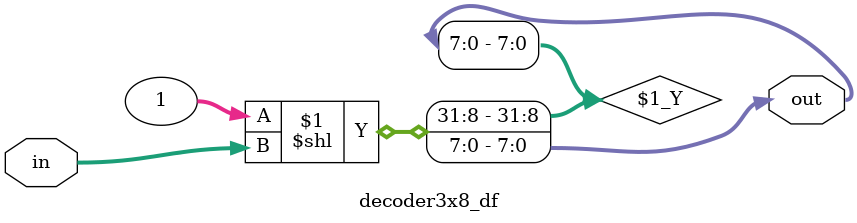
<source format=v>
module decoder3x8_df(input [2:0] in, output [7:0] out);
  assign out = 1 << in;
endmodule

</source>
